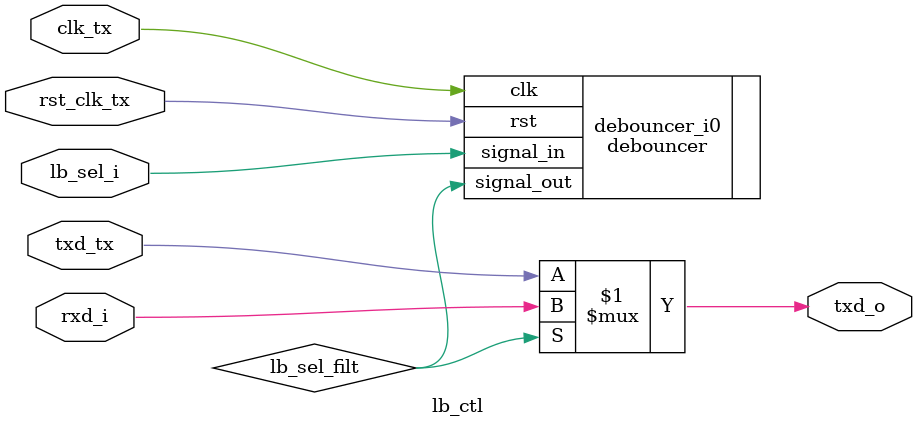
<source format=v>

`timescale 1ns/1ps


module lb_ctl (
  input            clk_tx,          // Clock input
  input            rst_clk_tx,      // Active HIGH reset - synchronous to clk_tx
  
  input            lb_sel_i,        // Undebounced slide switch input
  
  input            txd_tx,          // Normal transmit data
  input            rxd_i,           // Raw receive data

  output           txd_o            // Transmit data to pin
);


//***************************************************************************
// Parameter definitions
//***************************************************************************

//  parameter 
//    CLOCK_RATE = 50_000_000,
//    DEBOUNCE_TIME = 0.004;    // The switch bounces for 2ms. Use 4ms for safety

//  localparam
//    CLOCK_PERIOD = 1.0/CLOCK_RATE,
//    FILTER       = (DEBOUNCE_TIME + CLOCK_PERIOD/2) / CLOCK_PERIOD;

  parameter FILTER = 200_000; // 0.004s at 50MHz
    

//***************************************************************************
// Reg declarations
//***************************************************************************


//***************************************************************************
// Wire declarations
//***************************************************************************

  wire         lb_sel_filt;          // Filtered value of the lb_sel switch
  
//***************************************************************************
// Code
//***************************************************************************

  // Instantiate the debouncer.

  debouncer #(
    .FILTER     (FILTER)
  ) debouncer_i0 (
    .clk        (clk_tx),
    .rst        (rst_clk_tx),
    .signal_in  (lb_sel_i),
    .signal_out (lb_sel_filt)
  );

  // Implement the loopback MUX
  assign txd_o = lb_sel_filt ? rxd_i : txd_tx;

endmodule

</source>
